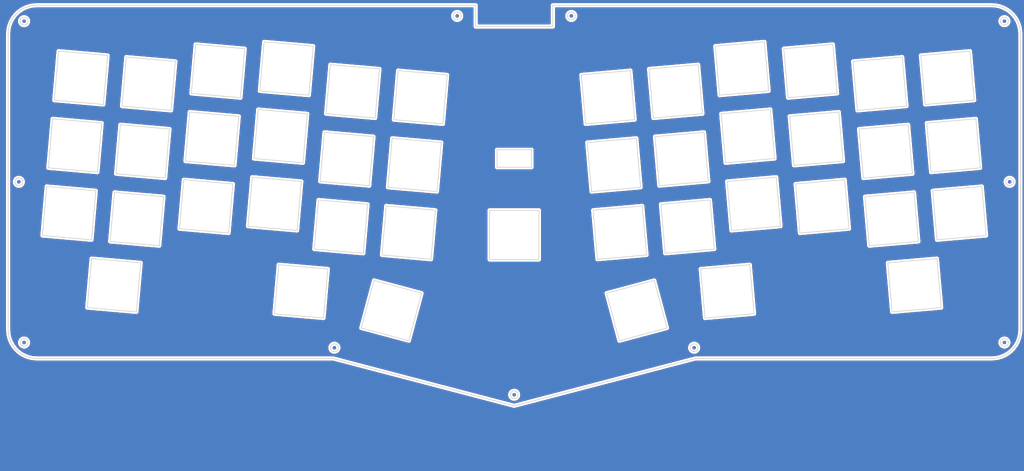
<source format=kicad_pcb>
(kicad_pcb (version 20171130) (host pcbnew "(5.1.0)-1")
  (layers (0 F.Cu signal) (31 B.Cu signal) (34 B.Paste user) (35 F.Paste user) (36 B.SilkS user) (37 F.SilkS user) (38 B.Mask user) (39 F.Mask user) (44 Edge.Cuts user))
  (net 0 "")
  (gr_line (start 104.019646 129.110639) (end 21.001095 129.110639) (layer Edge.Cuts) (width 0.2))
  (gr_line (start 159.645295 75.484639) (end 159.645295 70.572639) (layer Edge.Cuts) (width 0.2))
  (gr_line (start 58.659295 59.546639) (end 44.893895 58.342639) (layer Edge.Cuts) (width 0.2))
  (gr_line (start 24.256095 75.659639) (end 25.460395 61.894639) (layer Edge.Cuts) (width 0.2))
  (gr_arc (start 21.001094 38.044338) (end 21.001095 30.044339) (angle -90) (layer Edge.Cuts) (width 0.2))
  (gr_circle (center 292.149828 34.508805) (end 293.249828 34.508805) (layer Edge.Cuts) (width 0.2))
  (gr_circle (center 170.795795 33.044339) (end 171.895795 33.044339) (layer Edge.Cuts) (width 0.2))
  (gr_line (start 296.614295 38.044339) (end 296.614295 121.110639) (layer Edge.Cuts) (width 0.2))
  (gr_line (start 288.614295 129.110639) (end 205.596166 129.110639) (layer Edge.Cuts) (width 0.2))
  (gr_line (start 40.885695 44.121639) (end 39.681395 57.886639) (layer Edge.Cuts) (width 0.2))
  (gr_line (start 154.781505 142.404782) (end 104.019646 129.110639) (layer Edge.Cuts) (width 0.2))
  (gr_line (start 13.001094 121.110639) (end 13.001094 38.044339) (layer Edge.Cuts) (width 0.2))
  (gr_line (start 38.021095 76.863639) (end 24.256095 75.659639) (layer Edge.Cuts) (width 0.2))
  (gr_line (start 39.225395 63.098639) (end 38.021095 76.863639) (layer Edge.Cuts) (width 0.2))
  (gr_line (start 165.614295 30.044339) (end 165.614295 36.044339) (layer Edge.Cuts) (width 0.2))
  (gr_line (start 144.001095 30.044339) (end 144.001095 36.044339) (layer Edge.Cuts) (width 0.2))
  (gr_line (start 149.970295 75.484639) (end 159.645295 75.484639) (layer Edge.Cuts) (width 0.2))
  (gr_line (start 159.645295 70.572639) (end 149.970295 70.572639) (layer Edge.Cuts) (width 0.2))
  (gr_line (start 27.120695 42.917639) (end 40.885695 44.121639) (layer Edge.Cuts) (width 0.2))
  (gr_line (start 44.893895 58.342639) (end 46.098195 44.577639) (layer Edge.Cuts) (width 0.2))
  (gr_circle (center 138.819696 33.044339) (end 139.919696 33.044339) (layer Edge.Cuts) (width 0.2))
  (gr_line (start 21.001095 30.044339) (end 144.001095 30.044339) (layer Edge.Cuts) (width 0.2))
  (gr_line (start 149.970295 70.572639) (end 149.970295 75.484639) (layer Edge.Cuts) (width 0.2))
  (gr_line (start 39.681395 57.886639) (end 25.916395 56.682639) (layer Edge.Cuts) (width 0.2))
  (gr_circle (center 17.465561 34.508805) (end 18.565561 34.508805) (layer Edge.Cuts) (width 0.2))
  (gr_line (start 46.098195 44.577639) (end 59.863295 45.781639) (layer Edge.Cuts) (width 0.2))
  (gr_line (start 144.001095 36.044339) (end 165.614295 36.044339) (layer Edge.Cuts) (width 0.2))
  (gr_line (start 25.916395 56.682639) (end 27.120695 42.917639) (layer Edge.Cuts) (width 0.2))
  (gr_arc (start 288.614295 121.110638) (end 288.614295 129.110639) (angle -90) (layer Edge.Cuts) (width 0.2))
  (gr_line (start 165.614295 30.044339) (end 288.614295 30.044339) (layer Edge.Cuts) (width 0.2))
  (gr_arc (start 21.001095 121.110639) (end 13.001095 121.110639) (angle -90) (layer Edge.Cuts) (width 0.2))
  (gr_line (start 59.863295 45.781639) (end 58.659295 59.546639) (layer Edge.Cuts) (width 0.2))
  (gr_arc (start 288.614295 38.044339) (end 296.614295 38.044339) (angle -90) (layer Edge.Cuts) (width 0.2))
  (gr_line (start 205.596166 129.110639) (end 154.781505 142.404782) (layer Edge.Cuts) (width 0.2))
  (gr_line (start 74.772295 93.943639) (end 61.007295 92.738639) (layer Edge.Cuts) (width 0.2))
  (gr_line (start 80.192295 92.027639) (end 81.396294 78.262639) (layer Edge.Cuts) (width 0.2))
  (gr_line (start 25.460395 61.894639) (end 39.225395 63.098639) (layer Edge.Cuts) (width 0.2))
  (gr_line (start 50.138295 102.299639) (end 48.934295 116.064639) (layer Edge.Cuts) (width 0.2))
  (gr_line (start 35.169095 114.859639) (end 36.373395 101.094639) (layer Edge.Cuts) (width 0.2))
  (gr_line (start 58.203295 64.759639) (end 56.998295 78.524639) (layer Edge.Cuts) (width 0.2))
  (gr_line (start 44.437995 63.554639) (end 58.203295 64.759639) (layer Edge.Cuts) (width 0.2))
  (gr_line (start 43.233695 77.319639) (end 44.437995 63.554639) (layer Edge.Cuts) (width 0.2))
  (gr_line (start 61.007295 92.738639) (end 62.211295 78.973639) (layer Edge.Cuts) (width 0.2))
  (gr_line (start 41.573295 96.297639) (end 42.777595 82.532639) (layer Edge.Cuts) (width 0.2))
  (gr_line (start 56.998295 78.524639) (end 43.233695 77.319639) (layer Edge.Cuts) (width 0.2))
  (gr_line (start 22.595795 94.637639) (end 23.800095 80.872639) (layer Edge.Cuts) (width 0.2))
  (gr_line (start 23.800095 80.872639) (end 37.565095 82.076639) (layer Edge.Cuts) (width 0.2))
  (gr_line (start 36.360795 95.841638) (end 22.595795 94.637639) (layer Edge.Cuts) (width 0.2))
  (gr_line (start 37.565095 82.076639) (end 36.360795 95.841638) (layer Edge.Cuts) (width 0.2))
  (gr_line (start 55.338295 97.501639) (end 41.573295 96.297639) (layer Edge.Cuts) (width 0.2))
  (gr_line (start 48.934295 116.064639) (end 35.169095 114.859639) (layer Edge.Cuts) (width 0.2))
  (gr_line (start 62.211295 78.973639) (end 75.976295 80.178639) (layer Edge.Cuts) (width 0.2))
  (gr_line (start 93.957295 93.231639) (end 80.192295 92.027639) (layer Edge.Cuts) (width 0.2))
  (gr_line (start 56.542295 83.736639) (end 55.338295 97.501639) (layer Edge.Cuts) (width 0.2))
  (gr_line (start 42.777595 82.532639) (end 56.542295 83.736639) (layer Edge.Cuts) (width 0.2))
  (gr_line (start 36.373395 101.094639) (end 50.138295 102.299639) (layer Edge.Cuts) (width 0.2))
  (gr_line (start 75.976295 80.178639) (end 74.772295 93.943639) (layer Edge.Cuts) (width 0.2))
  (gr_line (start 83.057294 59.284639) (end 96.822295 60.488639) (layer Edge.Cuts) (width 0.2))
  (gr_line (start 98.482295 41.511639) (end 97.278295 55.276639) (layer Edge.Cuts) (width 0.2))
  (gr_line (start 102.575295 104.018638) (end 101.371295 117.783639) (layer Edge.Cuts) (width 0.2))
  (gr_line (start 84.717295 40.307639) (end 98.482295 41.511639) (layer Edge.Cuts) (width 0.2))
  (gr_line (start 65.532295 41.018639) (end 79.297294 42.223639) (layer Edge.Cuts) (width 0.2))
  (gr_line (start 83.513295 54.072639) (end 84.717295 40.307639) (layer Edge.Cuts) (width 0.2))
  (gr_line (start 101.371295 117.783639) (end 87.605295 116.579639) (layer Edge.Cuts) (width 0.2))
  (gr_line (start 95.161295 79.466638) (end 93.957295 93.231639) (layer Edge.Cuts) (width 0.2))
  (gr_line (start 81.852295 73.049639) (end 83.057294 59.284639) (layer Edge.Cuts) (width 0.2))
  (gr_line (start 64.328295 54.783639) (end 65.532295 41.018639) (layer Edge.Cuts) (width 0.2))
  (gr_line (start 79.297294 42.223639) (end 78.093295 55.988639) (layer Edge.Cuts) (width 0.2))
  (gr_line (start 97.278295 55.276639) (end 83.513295 54.072639) (layer Edge.Cuts) (width 0.2))
  (gr_line (start 87.605295 116.579639) (end 88.810295 102.814639) (layer Edge.Cuts) (width 0.2))
  (gr_line (start 62.667295 73.761639) (end 63.872295 59.996639) (layer Edge.Cuts) (width 0.2))
  (gr_line (start 81.396294 78.262639) (end 95.161295 79.466638) (layer Edge.Cuts) (width 0.2))
  (gr_line (start 76.432294 74.965638) (end 62.667295 73.761639) (layer Edge.Cuts) (width 0.2))
  (gr_line (start 88.810295 102.814639) (end 102.575295 104.018638) (layer Edge.Cuts) (width 0.2))
  (gr_line (start 77.637295 61.200639) (end 76.432294 74.965638) (layer Edge.Cuts) (width 0.2))
  (gr_line (start 63.872295 59.996639) (end 77.637295 61.200639) (layer Edge.Cuts) (width 0.2))
  (gr_line (start 115.507295 107.224639) (end 128.853295 110.800639) (layer Edge.Cuts) (width 0.2))
  (gr_line (start 95.617294 74.253639) (end 81.852295 73.049639) (layer Edge.Cuts) (width 0.2))
  (gr_line (start 78.093295 55.988639) (end 64.328295 54.783639) (layer Edge.Cuts) (width 0.2))
  (gr_line (start 96.822295 60.488639) (end 95.617294 74.253639) (layer Edge.Cuts) (width 0.2))
  (gr_line (start 113.724294 85.871639) (end 112.520295 99.636639) (layer Edge.Cuts) (width 0.2))
  (gr_line (start 102.075295 60.476639) (end 103.279295 46.711639) (layer Edge.Cuts) (width 0.2))
  (gr_line (start 111.930295 120.571639) (end 115.507295 107.224639) (layer Edge.Cuts) (width 0.2))
  (gr_line (start 125.277295 124.147639) (end 111.930295 120.571639) (layer Edge.Cuts) (width 0.2))
  (gr_line (start 114.180295 80.658639) (end 100.415295 79.454639) (layer Edge.Cuts) (width 0.2))
  (gr_line (start 134.362295 68.553639) (end 133.157295 82.318639) (layer Edge.Cuts) (width 0.2))
  (gr_line (start 117.044295 47.915639) (end 115.840295 61.681639) (layer Edge.Cuts) (width 0.2))
  (gr_line (start 101.619295 65.689639) (end 115.384294 66.893639) (layer Edge.Cuts) (width 0.2))
  (gr_line (start 100.415295 79.454639) (end 101.619295 65.689639) (layer Edge.Cuts) (width 0.2))
  (gr_line (start 115.384294 66.893639) (end 114.180295 80.658639) (layer Edge.Cuts) (width 0.2))
  (gr_line (start 115.840295 61.681639) (end 102.075295 60.476639) (layer Edge.Cuts) (width 0.2))
  (gr_line (start 133.157295 82.318639) (end 119.392295 81.114639) (layer Edge.Cuts) (width 0.2))
  (gr_line (start 128.853295 110.800639) (end 125.277295 124.147639) (layer Edge.Cuts) (width 0.2))
  (gr_line (start 117.732295 100.092639) (end 118.936295 86.327639) (layer Edge.Cuts) (width 0.2))
  (gr_line (start 131.497295 101.296639) (end 117.732295 100.092639) (layer Edge.Cuts) (width 0.2))
  (gr_line (start 118.936295 86.327639) (end 132.701295 87.531638) (layer Edge.Cuts) (width 0.2))
  (gr_line (start 132.701295 87.531638) (end 131.497295 101.296639) (layer Edge.Cuts) (width 0.2))
  (gr_line (start 98.755295 98.431639) (end 99.959295 84.666639) (layer Edge.Cuts) (width 0.2))
  (gr_line (start 99.959295 84.666639) (end 113.724294 85.871639) (layer Edge.Cuts) (width 0.2))
  (gr_line (start 103.279295 46.711639) (end 117.044295 47.915639) (layer Edge.Cuts) (width 0.2))
  (gr_line (start 112.520295 99.636639) (end 98.755295 98.431639) (layer Edge.Cuts) (width 0.2))
  (gr_line (start 119.392295 81.114639) (end 120.597295 67.349639) (layer Edge.Cuts) (width 0.2))
  (gr_line (start 120.597295 67.349639) (end 134.362295 68.553639) (layer Edge.Cuts) (width 0.2))
  (gr_line (start 173.592295 49.576639) (end 187.357295 48.372639) (layer Edge.Cuts) (width 0.2))
  (gr_line (start 207.539295 60.476639) (end 193.774295 61.681639) (layer Edge.Cuts) (width 0.2))
  (gr_line (start 195.434295 80.658639) (end 194.230295 66.893639) (layer Edge.Cuts) (width 0.2))
  (gr_line (start 121.053295 62.137639) (end 122.257295 48.372639) (layer Edge.Cuts) (width 0.2))
  (gr_line (start 134.818295 63.341639) (end 121.053295 62.137639) (layer Edge.Cuts) (width 0.2))
  (gr_line (start 174.796295 63.341639) (end 173.592295 49.576639) (layer Edge.Cuts) (width 0.2))
  (gr_line (start 136.022295 49.576639) (end 134.818295 63.341639) (layer Edge.Cuts) (width 0.2))
  (gr_line (start 122.257295 48.372639) (end 136.022295 49.576639) (layer Edge.Cuts) (width 0.2))
  (gr_line (start 147.898295 101.368639) (end 147.898295 87.551639) (layer Edge.Cuts) (width 0.2))
  (gr_line (start 187.357295 48.372639) (end 188.561295 62.137639) (layer Edge.Cuts) (width 0.2))
  (gr_line (start 192.570295 47.915639) (end 206.335295 46.711639) (layer Edge.Cuts) (width 0.2))
  (gr_line (start 207.995295 65.689639) (end 209.199294 79.454639) (layer Edge.Cuts) (width 0.2))
  (gr_line (start 193.774295 61.681639) (end 192.570295 47.915639) (layer Edge.Cuts) (width 0.2))
  (gr_line (start 161.716295 101.368639) (end 147.898295 101.368639) (layer Edge.Cuts) (width 0.2))
  (gr_line (start 176.457295 82.318639) (end 175.253295 68.553639) (layer Edge.Cuts) (width 0.2))
  (gr_line (start 175.253295 68.553639) (end 189.018295 67.349639) (layer Edge.Cuts) (width 0.2))
  (gr_line (start 161.716295 87.551639) (end 161.716295 101.368639) (layer Edge.Cuts) (width 0.2))
  (gr_line (start 147.898295 87.551639) (end 161.716295 87.551639) (layer Edge.Cuts) (width 0.2))
  (gr_line (start 189.018295 67.349639) (end 190.222295 81.114639) (layer Edge.Cuts) (width 0.2))
  (gr_line (start 188.561295 62.137639) (end 174.796295 63.341639) (layer Edge.Cuts) (width 0.2))
  (gr_line (start 206.335295 46.711639) (end 207.539295 60.476639) (layer Edge.Cuts) (width 0.2))
  (gr_line (start 209.199294 79.454639) (end 195.434295 80.658639) (layer Edge.Cuts) (width 0.2))
  (gr_line (start 190.222295 81.114639) (end 176.457295 82.318639) (layer Edge.Cuts) (width 0.2))
  (gr_line (start 176.913295 87.531638) (end 190.678295 86.327639) (layer Edge.Cuts) (width 0.2))
  (gr_line (start 213.997295 74.253639) (end 212.792295 60.488639) (layer Edge.Cuts) (width 0.2))
  (gr_line (start 210.860294 98.431639) (end 197.095295 99.636639) (layer Edge.Cuts) (width 0.2))
  (gr_line (start 208.244295 117.783639) (end 207.039295 104.018638) (layer Edge.Cuts) (width 0.2))
  (gr_line (start 227.762295 73.049639) (end 213.997295 74.253639) (layer Edge.Cuts) (width 0.2))
  (gr_line (start 194.230295 66.893639) (end 207.995295 65.689639) (layer Edge.Cuts) (width 0.2))
  (gr_line (start 178.117295 101.296639) (end 176.913295 87.531638) (layer Edge.Cuts) (width 0.2))
  (gr_line (start 207.039295 104.018638) (end 220.804295 102.814639) (layer Edge.Cuts) (width 0.2))
  (gr_line (start 191.882295 100.092639) (end 178.117295 101.296639) (layer Edge.Cuts) (width 0.2))
  (gr_line (start 194.030295 107.231639) (end 197.606295 120.577639) (layer Edge.Cuts) (width 0.2))
  (gr_line (start 184.260295 124.154639) (end 180.683295 110.807639) (layer Edge.Cuts) (width 0.2))
  (gr_line (start 215.657295 93.231639) (end 214.453295 79.466638) (layer Edge.Cuts) (width 0.2))
  (gr_line (start 220.804295 102.814639) (end 222.009295 116.579639) (layer Edge.Cuts) (width 0.2))
  (gr_line (start 190.678295 86.327639) (end 191.882295 100.092639) (layer Edge.Cuts) (width 0.2))
  (gr_line (start 197.095295 99.636639) (end 195.890295 85.871639) (layer Edge.Cuts) (width 0.2))
  (gr_line (start 228.218295 78.262639) (end 229.422295 92.027639) (layer Edge.Cuts) (width 0.2))
  (gr_line (start 197.606295 120.577639) (end 184.260295 124.154639) (layer Edge.Cuts) (width 0.2))
  (gr_line (start 222.009295 116.579639) (end 208.244295 117.783639) (layer Edge.Cuts) (width 0.2))
  (gr_line (start 209.655295 84.666639) (end 210.860294 98.431639) (layer Edge.Cuts) (width 0.2))
  (gr_line (start 180.683295 110.807639) (end 194.030295 107.231639) (layer Edge.Cuts) (width 0.2))
  (gr_line (start 214.453295 79.466638) (end 228.218295 78.262639) (layer Edge.Cuts) (width 0.2))
  (gr_line (start 195.890295 85.871639) (end 209.655295 84.666639) (layer Edge.Cuts) (width 0.2))
  (gr_line (start 229.422295 92.027639) (end 215.657295 93.231639) (layer Edge.Cuts) (width 0.2))
  (gr_line (start 274.446295 114.859639) (end 260.681295 116.064639) (layer Edge.Cuts) (width 0.2))
  (gr_line (start 233.182295 74.965638) (end 231.977295 61.200639) (layer Edge.Cuts) (width 0.2))
  (gr_line (start 246.947295 73.761639) (end 233.182295 74.965638) (layer Edge.Cuts) (width 0.2))
  (gr_line (start 273.242295 101.094639) (end 274.446295 114.859639) (layer Edge.Cuts) (width 0.2))
  (gr_line (start 231.977295 61.200639) (end 245.743295 59.996639) (layer Edge.Cuts) (width 0.2))
  (gr_line (start 245.286294 54.783639) (end 231.521295 55.988639) (layer Edge.Cuts) (width 0.2))
  (gr_line (start 260.681295 116.064639) (end 259.477295 102.299639) (layer Edge.Cuts) (width 0.2))
  (gr_line (start 273.254295 95.841638) (end 272.049295 82.076639) (layer Edge.Cuts) (width 0.2))
  (gr_line (start 259.477295 102.299639) (end 273.242295 101.094639) (layer Edge.Cuts) (width 0.2))
  (gr_line (start 226.557295 59.284639) (end 227.762295 73.049639) (layer Edge.Cuts) (width 0.2))
  (gr_line (start 231.521295 55.988639) (end 230.317295 42.223639) (layer Edge.Cuts) (width 0.2))
  (gr_line (start 244.082295 41.018639) (end 245.286294 54.783639) (layer Edge.Cuts) (width 0.2))
  (gr_line (start 212.792295 60.488639) (end 226.557295 59.284639) (layer Edge.Cuts) (width 0.2))
  (gr_line (start 212.336294 55.276639) (end 211.132295 41.511639) (layer Edge.Cuts) (width 0.2))
  (gr_line (start 230.317295 42.223639) (end 244.082295 41.018639) (layer Edge.Cuts) (width 0.2))
  (gr_line (start 211.132295 41.511639) (end 224.897295 40.307639) (layer Edge.Cuts) (width 0.2))
  (gr_line (start 234.842295 93.943639) (end 233.638295 80.178639) (layer Edge.Cuts) (width 0.2))
  (gr_line (start 226.101294 54.072639) (end 212.336294 55.276639) (layer Edge.Cuts) (width 0.2))
  (gr_line (start 245.743295 59.996639) (end 246.947295 73.761639) (layer Edge.Cuts) (width 0.2))
  (gr_line (start 224.897295 40.307639) (end 226.101294 54.072639) (layer Edge.Cuts) (width 0.2))
  (gr_line (start 248.607295 92.738639) (end 234.842295 93.943639) (layer Edge.Cuts) (width 0.2))
  (gr_line (start 247.403295 78.973639) (end 248.607295 92.738639) (layer Edge.Cuts) (width 0.2))
  (gr_line (start 233.638295 80.178639) (end 247.403295 78.973639) (layer Edge.Cuts) (width 0.2))
  (gr_line (start 263.516295 44.577639) (end 264.721294 58.342639) (layer Edge.Cuts) (width 0.2))
  (gr_line (start 264.721294 58.342639) (end 250.956295 59.546639) (layer Edge.Cuts) (width 0.2))
  (gr_line (start 285.358295 75.659639) (end 271.593295 76.863639) (layer Edge.Cuts) (width 0.2))
  (gr_line (start 272.049295 82.076639) (end 285.814295 80.872639) (layer Edge.Cuts) (width 0.2))
  (gr_line (start 266.381295 77.319639) (end 252.616295 78.524639) (layer Edge.Cuts) (width 0.2))
  (gr_line (start 265.177295 63.554639) (end 266.381295 77.319639) (layer Edge.Cuts) (width 0.2))
  (gr_line (start 254.276295 97.501639) (end 253.072295 83.736639) (layer Edge.Cuts) (width 0.2))
  (gr_line (start 268.041295 96.297639) (end 254.276295 97.501639) (layer Edge.Cuts) (width 0.2))
  (gr_line (start 253.072295 83.736639) (end 266.837295 82.532639) (layer Edge.Cuts) (width 0.2))
  (gr_line (start 271.593295 76.863639) (end 270.389295 63.098639) (layer Edge.Cuts) (width 0.2))
  (gr_line (start 284.154294 61.894639) (end 285.358295 75.659639) (layer Edge.Cuts) (width 0.2))
  (gr_line (start 252.616295 78.524639) (end 251.412295 64.759639) (layer Edge.Cuts) (width 0.2))
  (gr_line (start 282.494295 42.917639) (end 283.698295 56.682639) (layer Edge.Cuts) (width 0.2))
  (gr_line (start 283.698295 56.682639) (end 269.933295 57.886639) (layer Edge.Cuts) (width 0.2))
  (gr_line (start 268.729295 44.121639) (end 282.494295 42.917639) (layer Edge.Cuts) (width 0.2))
  (gr_line (start 287.019295 94.637639) (end 273.254295 95.841638) (layer Edge.Cuts) (width 0.2))
  (gr_line (start 285.814295 80.872639) (end 287.019295 94.637639) (layer Edge.Cuts) (width 0.2))
  (gr_line (start 266.837295 82.532639) (end 268.041295 96.297639) (layer Edge.Cuts) (width 0.2))
  (gr_line (start 270.389295 63.098639) (end 284.154294 61.894639) (layer Edge.Cuts) (width 0.2))
  (gr_line (start 251.412295 64.759639) (end 265.177295 63.554639) (layer Edge.Cuts) (width 0.2))
  (gr_line (start 249.751295 45.781639) (end 263.516295 44.577639) (layer Edge.Cuts) (width 0.2))
  (gr_line (start 269.933295 57.886639) (end 268.729295 44.121639) (layer Edge.Cuts) (width 0.2))
  (gr_line (start 250.956295 59.546639) (end 249.751295 45.781639) (layer Edge.Cuts) (width 0.2))
  (gr_circle (center 16.001095 79.577489) (end 17.101094 79.577489) (layer Edge.Cuts) (width 0.2))
  (gr_circle (center 104.40597 126.110639) (end 105.50597 126.110639) (layer Edge.Cuts) (width 0.2))
  (gr_circle (center 17.465561 124.646172) (end 18.565561 124.646172) (layer Edge.Cuts) (width 0.2))
  (gr_circle (center 292.149828 124.646172) (end 293.249828 124.646172) (layer Edge.Cuts) (width 0.2))
  (gr_circle (center 205.21023 126.110639) (end 206.31023 126.110639) (layer Edge.Cuts) (width 0.2))
  (gr_circle (center 293.614295 79.577489) (end 294.714295 79.577489) (layer Edge.Cuts) (width 0.2))
  (gr_circle (center 154.7819 139.30371) (end 155.8819 139.30371) (layer Edge.Cuts) (width 0.2))
  (zone (net 0) (net_name "") (layer F.Cu) (connect_pads (clearance 0.508)) (min_thickness 0.254) (fill yes (arc_segments 32) (thermal_gap 0.508) (thermal_bridge_width 0.508))
    (polygon (pts (xy 297.6575 28.57512) (xy 10.71567 28.57512) (xy 10.71567 160.73505) (xy 297.6575 160.73505)))
  )
  (zone (net 0) (net_name "") (layer B.Cu) (connect_pads (clearance 0.508)) (min_thickness 0.254) (fill yes (arc_segments 32) (thermal_gap 0.508) (thermal_bridge_width 0.508))
    (polygon (pts (xy 297.6575 28.57512) (xy 297.6575 160.73505) (xy 10.71567 160.73505) (xy 10.71567 28.57512)))
  )
  (zone (net 0) (net_name "") (layers F&B.Cu) (connect_pads (clearance 0.508)) (min_thickness 0.254)
    (keepout (tracks not_allowed) (vias not_allowed) (copperpour not_allowed))
    (fill (arc_segments 32) (thermal_gap 0.508) (thermal_bridge_width 0.508))
    (polygon (pts (xy 27.21 43.03) (xy 40.78 44.21) (xy 39.58 57.78) (xy 26.03 56.59)))
  )
  (zone (net 0) (net_name "") (layers F&B.Cu) (connect_pads (clearance 0.508)) (min_thickness 0.254)
    (keepout (tracks not_allowed) (vias not_allowed) (copperpour not_allowed))
    (fill (arc_segments 32) (thermal_gap 0.508) (thermal_bridge_width 0.508))
    (polygon (pts (xy 25.56 62) (xy 39.13 63.18) (xy 37.93 76.75) (xy 24.38 75.56)))
  )
  (zone (net 0) (net_name "") (layers F&B.Cu) (connect_pads (clearance 0.508)) (min_thickness 0.254)
    (keepout (tracks not_allowed) (vias not_allowed) (copperpour not_allowed))
    (fill (arc_segments 32) (thermal_gap 0.508) (thermal_bridge_width 0.508))
    (polygon (pts (xy 23.89 80.98) (xy 37.46 82.16) (xy 36.26 95.73) (xy 22.71 94.54)))
  )
  (zone (net 0) (net_name "") (layers F&B.Cu) (connect_pads (clearance 0.508)) (min_thickness 0.254)
    (keepout (tracks not_allowed) (vias not_allowed) (copperpour not_allowed))
    (fill (arc_segments 32) (thermal_gap 0.508) (thermal_bridge_width 0.508))
    (polygon (pts (xy 36.47 101.2) (xy 50.04 102.38) (xy 48.84 115.95) (xy 35.29 114.76)))
  )
  (zone (net 0) (net_name "") (layers F&B.Cu) (connect_pads (clearance 0.508)) (min_thickness 0.254)
    (keepout (tracks not_allowed) (vias not_allowed) (copperpour not_allowed))
    (fill (arc_segments 32) (thermal_gap 0.508) (thermal_bridge_width 0.508))
    (polygon (pts (xy 42.87 82.65) (xy 56.44 83.83) (xy 55.24 97.4) (xy 41.69 96.21)))
  )
  (zone (net 0) (net_name "") (layers F&B.Cu) (connect_pads (clearance 0.508)) (min_thickness 0.254)
    (keepout (tracks not_allowed) (vias not_allowed) (copperpour not_allowed))
    (fill (arc_segments 32) (thermal_gap 0.508) (thermal_bridge_width 0.508))
    (polygon (pts (xy 44.54 63.66) (xy 58.11 64.84) (xy 56.91 78.41) (xy 43.36 77.22)))
  )
  (zone (net 0) (net_name "") (layers F&B.Cu) (connect_pads (clearance 0.508)) (min_thickness 0.254)
    (keepout (tracks not_allowed) (vias not_allowed) (copperpour not_allowed))
    (fill (arc_segments 32) (thermal_gap 0.508) (thermal_bridge_width 0.508))
    (polygon (pts (xy 46.2 44.69) (xy 59.77 45.87) (xy 58.57 59.44) (xy 45.02 58.25)))
  )
  (zone (net 0) (net_name "") (layers F&B.Cu) (connect_pads (clearance 0.508)) (min_thickness 0.254)
    (keepout (tracks not_allowed) (vias not_allowed) (copperpour not_allowed))
    (fill (arc_segments 32) (thermal_gap 0.508) (thermal_bridge_width 0.508))
    (polygon (pts (xy 65.62 41.13) (xy 79.19 42.31) (xy 77.99 55.88) (xy 64.44 54.69)))
  )
  (zone (net 0) (net_name "") (layers F&B.Cu) (connect_pads (clearance 0.508)) (min_thickness 0.254)
    (keepout (tracks not_allowed) (vias not_allowed) (copperpour not_allowed))
    (fill (arc_segments 32) (thermal_gap 0.508) (thermal_bridge_width 0.508))
    (polygon (pts (xy 63.99 60.1) (xy 77.56 61.28) (xy 76.36 74.85) (xy 62.81 73.66)))
  )
  (zone (net 0) (net_name "") (layers F&B.Cu) (connect_pads (clearance 0.508)) (min_thickness 0.254)
    (keepout (tracks not_allowed) (vias not_allowed) (copperpour not_allowed))
    (fill (arc_segments 32) (thermal_gap 0.508) (thermal_bridge_width 0.508))
    (polygon (pts (xy 62.32 79.07) (xy 75.89 80.25) (xy 74.69 93.82) (xy 61.14 92.63)))
  )
  (zone (net 0) (net_name "") (layers F&B.Cu) (connect_pads (clearance 0.508)) (min_thickness 0.254)
    (keepout (tracks not_allowed) (vias not_allowed) (copperpour not_allowed))
    (fill (arc_segments 32) (thermal_gap 0.508) (thermal_bridge_width 0.508))
    (polygon (pts (xy 84.81 40.43) (xy 98.38 41.61) (xy 97.18 55.18) (xy 83.63 53.99)))
  )
  (zone (net 0) (net_name "") (layers F&B.Cu) (connect_pads (clearance 0.508)) (min_thickness 0.254)
    (keepout (tracks not_allowed) (vias not_allowed) (copperpour not_allowed))
    (fill (arc_segments 32) (thermal_gap 0.508) (thermal_bridge_width 0.508))
    (polygon (pts (xy 83.16 59.39) (xy 96.73 60.57) (xy 95.53 74.14) (xy 81.98 72.95)))
  )
  (zone (net 0) (net_name "") (layers F&B.Cu) (connect_pads (clearance 0.508)) (min_thickness 0.254)
    (keepout (tracks not_allowed) (vias not_allowed) (copperpour not_allowed))
    (fill (arc_segments 32) (thermal_gap 0.508) (thermal_bridge_width 0.508))
    (polygon (pts (xy 81.48 78.37) (xy 95.05 79.55) (xy 93.85 93.12) (xy 80.3 91.93)))
  )
  (zone (net 0) (net_name "") (layers F&B.Cu) (connect_pads (clearance 0.508)) (min_thickness 0.254)
    (keepout (tracks not_allowed) (vias not_allowed) (copperpour not_allowed))
    (fill (arc_segments 32) (thermal_gap 0.508) (thermal_bridge_width 0.508))
    (polygon (pts (xy 103.39 46.83) (xy 116.96 48.01) (xy 115.76 61.58) (xy 102.21 60.39)))
  )
  (zone (net 0) (net_name "") (layers F&B.Cu) (connect_pads (clearance 0.508)) (min_thickness 0.254)
    (keepout (tracks not_allowed) (vias not_allowed) (copperpour not_allowed))
    (fill (arc_segments 32) (thermal_gap 0.508) (thermal_bridge_width 0.508))
    (polygon (pts (xy 101.71 65.81) (xy 115.28 66.99) (xy 114.08 80.56) (xy 100.53 79.37)))
  )
  (zone (net 0) (net_name "") (layers F&B.Cu) (connect_pads (clearance 0.508)) (min_thickness 0.254)
    (keepout (tracks not_allowed) (vias not_allowed) (copperpour not_allowed))
    (fill (arc_segments 32) (thermal_gap 0.508) (thermal_bridge_width 0.508))
    (polygon (pts (xy 100.09 84.78) (xy 113.66 85.96) (xy 112.46 99.53) (xy 98.91 98.34)))
  )
  (zone (net 0) (net_name "") (layers F&B.Cu) (connect_pads (clearance 0.508)) (min_thickness 0.254)
    (keepout (tracks not_allowed) (vias not_allowed) (copperpour not_allowed))
    (fill (arc_segments 32) (thermal_gap 0.508) (thermal_bridge_width 0.508))
    (polygon (pts (xy 88.9 102.92) (xy 102.47 104.1) (xy 101.27 117.67) (xy 87.72 116.48)))
  )
  (zone (net 0) (net_name "") (layers F&B.Cu) (connect_pads (clearance 0.508)) (min_thickness 0.254)
    (keepout (tracks not_allowed) (vias not_allowed) (copperpour not_allowed))
    (fill (arc_segments 32) (thermal_gap 0.508) (thermal_bridge_width 0.508))
    (polygon (pts (xy 122.36 48.48) (xy 135.93 49.66) (xy 134.73 63.23) (xy 121.18 62.04)))
  )
  (zone (net 0) (net_name "") (layers F&B.Cu) (connect_pads (clearance 0.508)) (min_thickness 0.254)
    (keepout (tracks not_allowed) (vias not_allowed) (copperpour not_allowed))
    (fill (arc_segments 32) (thermal_gap 0.508) (thermal_bridge_width 0.508))
    (polygon (pts (xy 120.7 67.46) (xy 134.27 68.64) (xy 133.07 82.21) (xy 119.52 81.02)))
  )
  (zone (net 0) (net_name "") (layers F&B.Cu) (connect_pads (clearance 0.508)) (min_thickness 0.254)
    (keepout (tracks not_allowed) (vias not_allowed) (copperpour not_allowed))
    (fill (arc_segments 32) (thermal_gap 0.508) (thermal_bridge_width 0.508))
    (polygon (pts (xy 119.04 86.44) (xy 132.61 87.62) (xy 131.41 101.19) (xy 117.86 100)))
  )
  (zone (net 0) (net_name "") (layers F&B.Cu) (connect_pads (clearance 0.508)) (min_thickness 0.254)
    (keepout (tracks not_allowed) (vias not_allowed) (copperpour not_allowed))
    (fill (arc_segments 32) (thermal_gap 0.508) (thermal_bridge_width 0.508))
    (polygon (pts (xy 115.58 107.35) (xy 128.71 110.88) (xy 125.18 124.02) (xy 112.12 120.53)))
  )
  (zone (net 0) (net_name "") (layers F&B.Cu) (connect_pads (clearance 0.508)) (min_thickness 0.254)
    (keepout (tracks not_allowed) (vias not_allowed) (copperpour not_allowed))
    (fill (arc_segments 32) (thermal_gap 0.508) (thermal_bridge_width 0.508))
    (polygon (pts (xy 150.09 70.67) (xy 150.08 75.38) (xy 159.54 75.38) (xy 159.54 70.67)))
  )
  (zone (net 0) (net_name "") (layers F&B.Cu) (connect_pads (clearance 0.508)) (min_thickness 0.254)
    (keepout (tracks not_allowed) (vias not_allowed) (copperpour not_allowed))
    (fill (arc_segments 32) (thermal_gap 0.508) (thermal_bridge_width 0.508))
    (polygon (pts (xy 148 87.65) (xy 161.62 87.65) (xy 161.61 101.26) (xy 148 101.26)))
  )
  (zone (net 0) (net_name "") (layers F&B.Cu) (connect_pads (clearance 0.508)) (min_thickness 0.254)
    (keepout (tracks not_allowed) (vias not_allowed) (copperpour not_allowed))
    (fill (arc_segments 32) (thermal_gap 0.508) (thermal_bridge_width 0.508))
    (polygon (pts (xy 180.81 110.88) (xy 193.96 107.35) (xy 197.48 120.5) (xy 184.34 124.02)))
  )
  (zone (net 0) (net_name "") (layers F&B.Cu) (connect_pads (clearance 0.508)) (min_thickness 0.254)
    (keepout (tracks not_allowed) (vias not_allowed) (copperpour not_allowed))
    (fill (arc_segments 32) (thermal_gap 0.508) (thermal_bridge_width 0.508))
    (polygon (pts (xy 173.71 49.67) (xy 187.26 48.49) (xy 188.43 62.05) (xy 174.88 63.21)))
  )
  (zone (net 0) (net_name "") (layers F&B.Cu) (connect_pads (clearance 0.508)) (min_thickness 0.254)
    (keepout (tracks not_allowed) (vias not_allowed) (copperpour not_allowed))
    (fill (arc_segments 32) (thermal_gap 0.508) (thermal_bridge_width 0.508))
    (polygon (pts (xy 175.42 68.66) (xy 188.97 67.48) (xy 190.14 81.04) (xy 176.59 82.2)))
  )
  (zone (net 0) (net_name "") (layers F&B.Cu) (connect_pads (clearance 0.508)) (min_thickness 0.254)
    (keepout (tracks not_allowed) (vias not_allowed) (copperpour not_allowed))
    (fill (arc_segments 32) (thermal_gap 0.508) (thermal_bridge_width 0.508))
    (polygon (pts (xy 177.05 87.62) (xy 190.6 86.44) (xy 191.77 100) (xy 178.22 101.16)))
  )
  (zone (net 0) (net_name "") (layers F&B.Cu) (connect_pads (clearance 0.508)) (min_thickness 0.254)
    (keepout (tracks not_allowed) (vias not_allowed) (copperpour not_allowed))
    (fill (arc_segments 32) (thermal_gap 0.508) (thermal_bridge_width 0.508))
    (polygon (pts (xy 192.69 47.96) (xy 206.24 46.78) (xy 207.41 60.34) (xy 193.86 61.5)))
  )
  (zone (net 0) (net_name "") (layers F&B.Cu) (connect_pads (clearance 0.508)) (min_thickness 0.254)
    (keepout (tracks not_allowed) (vias not_allowed) (copperpour not_allowed))
    (fill (arc_segments 32) (thermal_gap 0.508) (thermal_bridge_width 0.508))
    (polygon (pts (xy 194.35 66.98) (xy 207.9 65.8) (xy 209.07 79.36) (xy 195.52 80.52)))
  )
  (zone (net 0) (net_name "") (layers F&B.Cu) (connect_pads (clearance 0.508)) (min_thickness 0.254)
    (keepout (tracks not_allowed) (vias not_allowed) (copperpour not_allowed))
    (fill (arc_segments 32) (thermal_gap 0.508) (thermal_bridge_width 0.508))
    (polygon (pts (xy 196.02 85.95) (xy 209.57 84.77) (xy 210.74 98.33) (xy 197.19 99.49)))
  )
  (zone (net 0) (net_name "") (layers F&B.Cu) (connect_pads (clearance 0.508)) (min_thickness 0.254)
    (keepout (tracks not_allowed) (vias not_allowed) (copperpour not_allowed))
    (fill (arc_segments 32) (thermal_gap 0.508) (thermal_bridge_width 0.508))
    (polygon (pts (xy 207.18 104.11) (xy 220.73 102.93) (xy 221.9 116.49) (xy 208.35 117.65)))
  )
  (zone (net 0) (net_name "") (layers F&B.Cu) (connect_pads (clearance 0.508)) (min_thickness 0.254)
    (keepout (tracks not_allowed) (vias not_allowed) (copperpour not_allowed))
    (fill (arc_segments 32) (thermal_gap 0.508) (thermal_bridge_width 0.508))
    (polygon (pts (xy 211.24 41.61) (xy 224.79 40.43) (xy 225.96 53.99) (xy 212.41 55.15)))
  )
  (zone (net 0) (net_name "") (layers F&B.Cu) (connect_pads (clearance 0.508)) (min_thickness 0.254)
    (keepout (tracks not_allowed) (vias not_allowed) (copperpour not_allowed))
    (fill (arc_segments 32) (thermal_gap 0.508) (thermal_bridge_width 0.508))
    (polygon (pts (xy 212.91 60.58) (xy 226.46 59.4) (xy 227.63 72.96) (xy 214.08 74.12)))
  )
  (zone (net 0) (net_name "") (layers F&B.Cu) (connect_pads (clearance 0.508)) (min_thickness 0.254)
    (keepout (tracks not_allowed) (vias not_allowed) (copperpour not_allowed))
    (fill (arc_segments 32) (thermal_gap 0.508) (thermal_bridge_width 0.508))
    (polygon (pts (xy 214.57 79.57) (xy 228.12 78.39) (xy 229.29 91.95) (xy 215.74 93.11)))
  )
  (zone (net 0) (net_name "") (layers F&B.Cu) (connect_pads (clearance 0.508)) (min_thickness 0.254)
    (keepout (tracks not_allowed) (vias not_allowed) (copperpour not_allowed))
    (fill (arc_segments 32) (thermal_gap 0.508) (thermal_bridge_width 0.508))
    (polygon (pts (xy 230.44 42.32) (xy 243.99 41.14) (xy 245.16 54.7) (xy 231.61 55.86)))
  )
  (zone (net 0) (net_name "") (layers F&B.Cu) (connect_pads (clearance 0.508)) (min_thickness 0.254)
    (keepout (tracks not_allowed) (vias not_allowed) (copperpour not_allowed))
    (fill (arc_segments 32) (thermal_gap 0.508) (thermal_bridge_width 0.508))
    (polygon (pts (xy 232.12 61.28) (xy 245.67 60.1) (xy 246.84 73.66) (xy 233.29 74.82)))
  )
  (zone (net 0) (net_name "") (layers F&B.Cu) (connect_pads (clearance 0.508)) (min_thickness 0.254)
    (keepout (tracks not_allowed) (vias not_allowed) (copperpour not_allowed))
    (fill (arc_segments 32) (thermal_gap 0.508) (thermal_bridge_width 0.508))
    (polygon (pts (xy 233.76 80.27) (xy 247.31 79.09) (xy 248.48 92.65) (xy 234.93 93.81)))
  )
  (zone (net 0) (net_name "") (layers F&B.Cu) (connect_pads (clearance 0.508)) (min_thickness 0.254)
    (keepout (tracks not_allowed) (vias not_allowed) (copperpour not_allowed))
    (fill (arc_segments 32) (thermal_gap 0.508) (thermal_bridge_width 0.508))
    (polygon (pts (xy 249.88 45.85) (xy 263.43 44.67) (xy 264.6 58.23) (xy 251.05 59.39)))
  )
  (zone (net 0) (net_name "") (layers F&B.Cu) (connect_pads (clearance 0.508)) (min_thickness 0.254)
    (keepout (tracks not_allowed) (vias not_allowed) (copperpour not_allowed))
    (fill (arc_segments 32) (thermal_gap 0.508) (thermal_bridge_width 0.508))
    (polygon (pts (xy 251.54 64.85) (xy 265.09 63.67) (xy 266.26 77.23) (xy 252.71 78.39)))
  )
  (zone (net 0) (net_name "") (layers F&B.Cu) (connect_pads (clearance 0.508)) (min_thickness 0.254)
    (keepout (tracks not_allowed) (vias not_allowed) (copperpour not_allowed))
    (fill (arc_segments 32) (thermal_gap 0.508) (thermal_bridge_width 0.508))
    (polygon (pts (xy 253.18 83.83) (xy 266.73 82.65) (xy 267.9 96.21) (xy 254.35 97.37)))
  )
  (zone (net 0) (net_name "") (layers F&B.Cu) (connect_pads (clearance 0.508)) (min_thickness 0.254)
    (keepout (tracks not_allowed) (vias not_allowed) (copperpour not_allowed))
    (fill (arc_segments 32) (thermal_gap 0.508) (thermal_bridge_width 0.508))
    (polygon (pts (xy 268.85 44.21) (xy 282.4 43.03) (xy 283.57 56.59) (xy 270.02 57.75)))
  )
  (zone (net 0) (net_name "") (layers F&B.Cu) (connect_pads (clearance 0.508)) (min_thickness 0.254)
    (keepout (tracks not_allowed) (vias not_allowed) (copperpour not_allowed))
    (fill (arc_segments 32) (thermal_gap 0.508) (thermal_bridge_width 0.508))
    (polygon (pts (xy 270.53 63.18) (xy 284.08 62) (xy 285.25 75.56) (xy 271.7 76.72)))
  )
  (zone (net 0) (net_name "") (layers F&B.Cu) (connect_pads (clearance 0.508)) (min_thickness 0.254)
    (keepout (tracks not_allowed) (vias not_allowed) (copperpour not_allowed))
    (fill (arc_segments 32) (thermal_gap 0.508) (thermal_bridge_width 0.508))
    (polygon (pts (xy 272.18 82.17) (xy 285.73 80.99) (xy 286.9 94.55) (xy 273.35 95.71)))
  )
  (zone (net 0) (net_name "") (layers F&B.Cu) (connect_pads (clearance 0.508)) (min_thickness 0.254)
    (keepout (tracks not_allowed) (vias not_allowed) (copperpour not_allowed))
    (fill (arc_segments 32) (thermal_gap 0.508) (thermal_bridge_width 0.508))
    (polygon (pts (xy 259.59 102.39) (xy 273.14 101.21) (xy 274.31 114.77) (xy 260.76 115.93)))
  )
)
</source>
